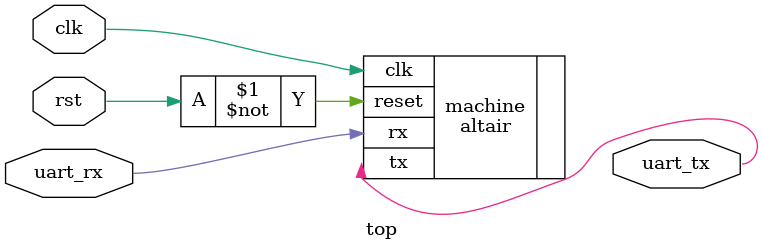
<source format=v>
module top
(
  input  clk,
  input  rst,
  input  uart_rx,
  output uart_tx
);
  altair machine(.clk(clk),.reset(~rst),.rx(uart_rx),.tx(uart_tx));

endmodule

</source>
